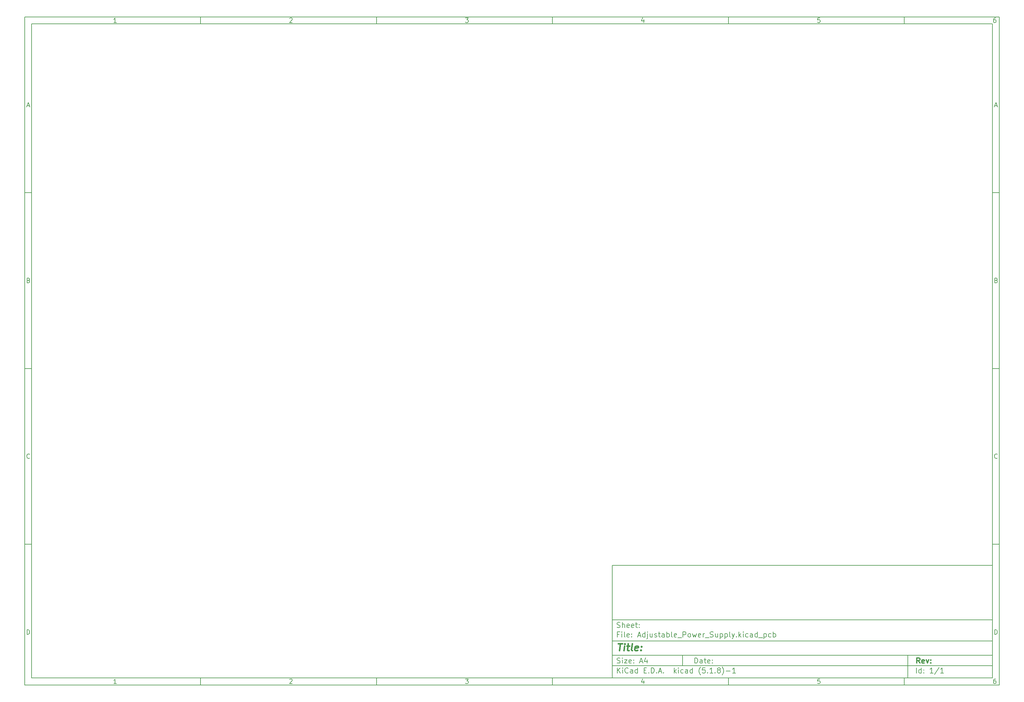
<source format=gtp>
%TF.GenerationSoftware,KiCad,Pcbnew,(5.1.8)-1*%
%TF.CreationDate,2021-07-18T20:21:08-07:00*%
%TF.ProjectId,Adjustable_Power_Supply,41646a75-7374-4616-926c-655f506f7765,rev?*%
%TF.SameCoordinates,Original*%
%TF.FileFunction,Paste,Top*%
%TF.FilePolarity,Positive*%
%FSLAX46Y46*%
G04 Gerber Fmt 4.6, Leading zero omitted, Abs format (unit mm)*
G04 Created by KiCad (PCBNEW (5.1.8)-1) date 2021-07-18 20:21:08*
%MOMM*%
%LPD*%
G01*
G04 APERTURE LIST*
%ADD10C,0.100000*%
%ADD11C,0.150000*%
%ADD12C,0.300000*%
%ADD13C,0.400000*%
G04 APERTURE END LIST*
D10*
D11*
X177002200Y-166007200D02*
X177002200Y-198007200D01*
X285002200Y-198007200D01*
X285002200Y-166007200D01*
X177002200Y-166007200D01*
D10*
D11*
X10000000Y-10000000D02*
X10000000Y-200007200D01*
X287002200Y-200007200D01*
X287002200Y-10000000D01*
X10000000Y-10000000D01*
D10*
D11*
X12000000Y-12000000D02*
X12000000Y-198007200D01*
X285002200Y-198007200D01*
X285002200Y-12000000D01*
X12000000Y-12000000D01*
D10*
D11*
X60000000Y-12000000D02*
X60000000Y-10000000D01*
D10*
D11*
X110000000Y-12000000D02*
X110000000Y-10000000D01*
D10*
D11*
X160000000Y-12000000D02*
X160000000Y-10000000D01*
D10*
D11*
X210000000Y-12000000D02*
X210000000Y-10000000D01*
D10*
D11*
X260000000Y-12000000D02*
X260000000Y-10000000D01*
D10*
D11*
X36065476Y-11588095D02*
X35322619Y-11588095D01*
X35694047Y-11588095D02*
X35694047Y-10288095D01*
X35570238Y-10473809D01*
X35446428Y-10597619D01*
X35322619Y-10659523D01*
D10*
D11*
X85322619Y-10411904D02*
X85384523Y-10350000D01*
X85508333Y-10288095D01*
X85817857Y-10288095D01*
X85941666Y-10350000D01*
X86003571Y-10411904D01*
X86065476Y-10535714D01*
X86065476Y-10659523D01*
X86003571Y-10845238D01*
X85260714Y-11588095D01*
X86065476Y-11588095D01*
D10*
D11*
X135260714Y-10288095D02*
X136065476Y-10288095D01*
X135632142Y-10783333D01*
X135817857Y-10783333D01*
X135941666Y-10845238D01*
X136003571Y-10907142D01*
X136065476Y-11030952D01*
X136065476Y-11340476D01*
X136003571Y-11464285D01*
X135941666Y-11526190D01*
X135817857Y-11588095D01*
X135446428Y-11588095D01*
X135322619Y-11526190D01*
X135260714Y-11464285D01*
D10*
D11*
X185941666Y-10721428D02*
X185941666Y-11588095D01*
X185632142Y-10226190D02*
X185322619Y-11154761D01*
X186127380Y-11154761D01*
D10*
D11*
X236003571Y-10288095D02*
X235384523Y-10288095D01*
X235322619Y-10907142D01*
X235384523Y-10845238D01*
X235508333Y-10783333D01*
X235817857Y-10783333D01*
X235941666Y-10845238D01*
X236003571Y-10907142D01*
X236065476Y-11030952D01*
X236065476Y-11340476D01*
X236003571Y-11464285D01*
X235941666Y-11526190D01*
X235817857Y-11588095D01*
X235508333Y-11588095D01*
X235384523Y-11526190D01*
X235322619Y-11464285D01*
D10*
D11*
X285941666Y-10288095D02*
X285694047Y-10288095D01*
X285570238Y-10350000D01*
X285508333Y-10411904D01*
X285384523Y-10597619D01*
X285322619Y-10845238D01*
X285322619Y-11340476D01*
X285384523Y-11464285D01*
X285446428Y-11526190D01*
X285570238Y-11588095D01*
X285817857Y-11588095D01*
X285941666Y-11526190D01*
X286003571Y-11464285D01*
X286065476Y-11340476D01*
X286065476Y-11030952D01*
X286003571Y-10907142D01*
X285941666Y-10845238D01*
X285817857Y-10783333D01*
X285570238Y-10783333D01*
X285446428Y-10845238D01*
X285384523Y-10907142D01*
X285322619Y-11030952D01*
D10*
D11*
X60000000Y-198007200D02*
X60000000Y-200007200D01*
D10*
D11*
X110000000Y-198007200D02*
X110000000Y-200007200D01*
D10*
D11*
X160000000Y-198007200D02*
X160000000Y-200007200D01*
D10*
D11*
X210000000Y-198007200D02*
X210000000Y-200007200D01*
D10*
D11*
X260000000Y-198007200D02*
X260000000Y-200007200D01*
D10*
D11*
X36065476Y-199595295D02*
X35322619Y-199595295D01*
X35694047Y-199595295D02*
X35694047Y-198295295D01*
X35570238Y-198481009D01*
X35446428Y-198604819D01*
X35322619Y-198666723D01*
D10*
D11*
X85322619Y-198419104D02*
X85384523Y-198357200D01*
X85508333Y-198295295D01*
X85817857Y-198295295D01*
X85941666Y-198357200D01*
X86003571Y-198419104D01*
X86065476Y-198542914D01*
X86065476Y-198666723D01*
X86003571Y-198852438D01*
X85260714Y-199595295D01*
X86065476Y-199595295D01*
D10*
D11*
X135260714Y-198295295D02*
X136065476Y-198295295D01*
X135632142Y-198790533D01*
X135817857Y-198790533D01*
X135941666Y-198852438D01*
X136003571Y-198914342D01*
X136065476Y-199038152D01*
X136065476Y-199347676D01*
X136003571Y-199471485D01*
X135941666Y-199533390D01*
X135817857Y-199595295D01*
X135446428Y-199595295D01*
X135322619Y-199533390D01*
X135260714Y-199471485D01*
D10*
D11*
X185941666Y-198728628D02*
X185941666Y-199595295D01*
X185632142Y-198233390D02*
X185322619Y-199161961D01*
X186127380Y-199161961D01*
D10*
D11*
X236003571Y-198295295D02*
X235384523Y-198295295D01*
X235322619Y-198914342D01*
X235384523Y-198852438D01*
X235508333Y-198790533D01*
X235817857Y-198790533D01*
X235941666Y-198852438D01*
X236003571Y-198914342D01*
X236065476Y-199038152D01*
X236065476Y-199347676D01*
X236003571Y-199471485D01*
X235941666Y-199533390D01*
X235817857Y-199595295D01*
X235508333Y-199595295D01*
X235384523Y-199533390D01*
X235322619Y-199471485D01*
D10*
D11*
X285941666Y-198295295D02*
X285694047Y-198295295D01*
X285570238Y-198357200D01*
X285508333Y-198419104D01*
X285384523Y-198604819D01*
X285322619Y-198852438D01*
X285322619Y-199347676D01*
X285384523Y-199471485D01*
X285446428Y-199533390D01*
X285570238Y-199595295D01*
X285817857Y-199595295D01*
X285941666Y-199533390D01*
X286003571Y-199471485D01*
X286065476Y-199347676D01*
X286065476Y-199038152D01*
X286003571Y-198914342D01*
X285941666Y-198852438D01*
X285817857Y-198790533D01*
X285570238Y-198790533D01*
X285446428Y-198852438D01*
X285384523Y-198914342D01*
X285322619Y-199038152D01*
D10*
D11*
X10000000Y-60000000D02*
X12000000Y-60000000D01*
D10*
D11*
X10000000Y-110000000D02*
X12000000Y-110000000D01*
D10*
D11*
X10000000Y-160000000D02*
X12000000Y-160000000D01*
D10*
D11*
X10690476Y-35216666D02*
X11309523Y-35216666D01*
X10566666Y-35588095D02*
X11000000Y-34288095D01*
X11433333Y-35588095D01*
D10*
D11*
X11092857Y-84907142D02*
X11278571Y-84969047D01*
X11340476Y-85030952D01*
X11402380Y-85154761D01*
X11402380Y-85340476D01*
X11340476Y-85464285D01*
X11278571Y-85526190D01*
X11154761Y-85588095D01*
X10659523Y-85588095D01*
X10659523Y-84288095D01*
X11092857Y-84288095D01*
X11216666Y-84350000D01*
X11278571Y-84411904D01*
X11340476Y-84535714D01*
X11340476Y-84659523D01*
X11278571Y-84783333D01*
X11216666Y-84845238D01*
X11092857Y-84907142D01*
X10659523Y-84907142D01*
D10*
D11*
X11402380Y-135464285D02*
X11340476Y-135526190D01*
X11154761Y-135588095D01*
X11030952Y-135588095D01*
X10845238Y-135526190D01*
X10721428Y-135402380D01*
X10659523Y-135278571D01*
X10597619Y-135030952D01*
X10597619Y-134845238D01*
X10659523Y-134597619D01*
X10721428Y-134473809D01*
X10845238Y-134350000D01*
X11030952Y-134288095D01*
X11154761Y-134288095D01*
X11340476Y-134350000D01*
X11402380Y-134411904D01*
D10*
D11*
X10659523Y-185588095D02*
X10659523Y-184288095D01*
X10969047Y-184288095D01*
X11154761Y-184350000D01*
X11278571Y-184473809D01*
X11340476Y-184597619D01*
X11402380Y-184845238D01*
X11402380Y-185030952D01*
X11340476Y-185278571D01*
X11278571Y-185402380D01*
X11154761Y-185526190D01*
X10969047Y-185588095D01*
X10659523Y-185588095D01*
D10*
D11*
X287002200Y-60000000D02*
X285002200Y-60000000D01*
D10*
D11*
X287002200Y-110000000D02*
X285002200Y-110000000D01*
D10*
D11*
X287002200Y-160000000D02*
X285002200Y-160000000D01*
D10*
D11*
X285692676Y-35216666D02*
X286311723Y-35216666D01*
X285568866Y-35588095D02*
X286002200Y-34288095D01*
X286435533Y-35588095D01*
D10*
D11*
X286095057Y-84907142D02*
X286280771Y-84969047D01*
X286342676Y-85030952D01*
X286404580Y-85154761D01*
X286404580Y-85340476D01*
X286342676Y-85464285D01*
X286280771Y-85526190D01*
X286156961Y-85588095D01*
X285661723Y-85588095D01*
X285661723Y-84288095D01*
X286095057Y-84288095D01*
X286218866Y-84350000D01*
X286280771Y-84411904D01*
X286342676Y-84535714D01*
X286342676Y-84659523D01*
X286280771Y-84783333D01*
X286218866Y-84845238D01*
X286095057Y-84907142D01*
X285661723Y-84907142D01*
D10*
D11*
X286404580Y-135464285D02*
X286342676Y-135526190D01*
X286156961Y-135588095D01*
X286033152Y-135588095D01*
X285847438Y-135526190D01*
X285723628Y-135402380D01*
X285661723Y-135278571D01*
X285599819Y-135030952D01*
X285599819Y-134845238D01*
X285661723Y-134597619D01*
X285723628Y-134473809D01*
X285847438Y-134350000D01*
X286033152Y-134288095D01*
X286156961Y-134288095D01*
X286342676Y-134350000D01*
X286404580Y-134411904D01*
D10*
D11*
X285661723Y-185588095D02*
X285661723Y-184288095D01*
X285971247Y-184288095D01*
X286156961Y-184350000D01*
X286280771Y-184473809D01*
X286342676Y-184597619D01*
X286404580Y-184845238D01*
X286404580Y-185030952D01*
X286342676Y-185278571D01*
X286280771Y-185402380D01*
X286156961Y-185526190D01*
X285971247Y-185588095D01*
X285661723Y-185588095D01*
D10*
D11*
X200434342Y-193785771D02*
X200434342Y-192285771D01*
X200791485Y-192285771D01*
X201005771Y-192357200D01*
X201148628Y-192500057D01*
X201220057Y-192642914D01*
X201291485Y-192928628D01*
X201291485Y-193142914D01*
X201220057Y-193428628D01*
X201148628Y-193571485D01*
X201005771Y-193714342D01*
X200791485Y-193785771D01*
X200434342Y-193785771D01*
X202577200Y-193785771D02*
X202577200Y-193000057D01*
X202505771Y-192857200D01*
X202362914Y-192785771D01*
X202077200Y-192785771D01*
X201934342Y-192857200D01*
X202577200Y-193714342D02*
X202434342Y-193785771D01*
X202077200Y-193785771D01*
X201934342Y-193714342D01*
X201862914Y-193571485D01*
X201862914Y-193428628D01*
X201934342Y-193285771D01*
X202077200Y-193214342D01*
X202434342Y-193214342D01*
X202577200Y-193142914D01*
X203077200Y-192785771D02*
X203648628Y-192785771D01*
X203291485Y-192285771D02*
X203291485Y-193571485D01*
X203362914Y-193714342D01*
X203505771Y-193785771D01*
X203648628Y-193785771D01*
X204720057Y-193714342D02*
X204577200Y-193785771D01*
X204291485Y-193785771D01*
X204148628Y-193714342D01*
X204077200Y-193571485D01*
X204077200Y-193000057D01*
X204148628Y-192857200D01*
X204291485Y-192785771D01*
X204577200Y-192785771D01*
X204720057Y-192857200D01*
X204791485Y-193000057D01*
X204791485Y-193142914D01*
X204077200Y-193285771D01*
X205434342Y-193642914D02*
X205505771Y-193714342D01*
X205434342Y-193785771D01*
X205362914Y-193714342D01*
X205434342Y-193642914D01*
X205434342Y-193785771D01*
X205434342Y-192857200D02*
X205505771Y-192928628D01*
X205434342Y-193000057D01*
X205362914Y-192928628D01*
X205434342Y-192857200D01*
X205434342Y-193000057D01*
D10*
D11*
X177002200Y-194507200D02*
X285002200Y-194507200D01*
D10*
D11*
X178434342Y-196585771D02*
X178434342Y-195085771D01*
X179291485Y-196585771D02*
X178648628Y-195728628D01*
X179291485Y-195085771D02*
X178434342Y-195942914D01*
X179934342Y-196585771D02*
X179934342Y-195585771D01*
X179934342Y-195085771D02*
X179862914Y-195157200D01*
X179934342Y-195228628D01*
X180005771Y-195157200D01*
X179934342Y-195085771D01*
X179934342Y-195228628D01*
X181505771Y-196442914D02*
X181434342Y-196514342D01*
X181220057Y-196585771D01*
X181077200Y-196585771D01*
X180862914Y-196514342D01*
X180720057Y-196371485D01*
X180648628Y-196228628D01*
X180577200Y-195942914D01*
X180577200Y-195728628D01*
X180648628Y-195442914D01*
X180720057Y-195300057D01*
X180862914Y-195157200D01*
X181077200Y-195085771D01*
X181220057Y-195085771D01*
X181434342Y-195157200D01*
X181505771Y-195228628D01*
X182791485Y-196585771D02*
X182791485Y-195800057D01*
X182720057Y-195657200D01*
X182577200Y-195585771D01*
X182291485Y-195585771D01*
X182148628Y-195657200D01*
X182791485Y-196514342D02*
X182648628Y-196585771D01*
X182291485Y-196585771D01*
X182148628Y-196514342D01*
X182077200Y-196371485D01*
X182077200Y-196228628D01*
X182148628Y-196085771D01*
X182291485Y-196014342D01*
X182648628Y-196014342D01*
X182791485Y-195942914D01*
X184148628Y-196585771D02*
X184148628Y-195085771D01*
X184148628Y-196514342D02*
X184005771Y-196585771D01*
X183720057Y-196585771D01*
X183577200Y-196514342D01*
X183505771Y-196442914D01*
X183434342Y-196300057D01*
X183434342Y-195871485D01*
X183505771Y-195728628D01*
X183577200Y-195657200D01*
X183720057Y-195585771D01*
X184005771Y-195585771D01*
X184148628Y-195657200D01*
X186005771Y-195800057D02*
X186505771Y-195800057D01*
X186720057Y-196585771D02*
X186005771Y-196585771D01*
X186005771Y-195085771D01*
X186720057Y-195085771D01*
X187362914Y-196442914D02*
X187434342Y-196514342D01*
X187362914Y-196585771D01*
X187291485Y-196514342D01*
X187362914Y-196442914D01*
X187362914Y-196585771D01*
X188077200Y-196585771D02*
X188077200Y-195085771D01*
X188434342Y-195085771D01*
X188648628Y-195157200D01*
X188791485Y-195300057D01*
X188862914Y-195442914D01*
X188934342Y-195728628D01*
X188934342Y-195942914D01*
X188862914Y-196228628D01*
X188791485Y-196371485D01*
X188648628Y-196514342D01*
X188434342Y-196585771D01*
X188077200Y-196585771D01*
X189577200Y-196442914D02*
X189648628Y-196514342D01*
X189577200Y-196585771D01*
X189505771Y-196514342D01*
X189577200Y-196442914D01*
X189577200Y-196585771D01*
X190220057Y-196157200D02*
X190934342Y-196157200D01*
X190077200Y-196585771D02*
X190577200Y-195085771D01*
X191077200Y-196585771D01*
X191577200Y-196442914D02*
X191648628Y-196514342D01*
X191577200Y-196585771D01*
X191505771Y-196514342D01*
X191577200Y-196442914D01*
X191577200Y-196585771D01*
X194577200Y-196585771D02*
X194577200Y-195085771D01*
X194720057Y-196014342D02*
X195148628Y-196585771D01*
X195148628Y-195585771D02*
X194577200Y-196157200D01*
X195791485Y-196585771D02*
X195791485Y-195585771D01*
X195791485Y-195085771D02*
X195720057Y-195157200D01*
X195791485Y-195228628D01*
X195862914Y-195157200D01*
X195791485Y-195085771D01*
X195791485Y-195228628D01*
X197148628Y-196514342D02*
X197005771Y-196585771D01*
X196720057Y-196585771D01*
X196577200Y-196514342D01*
X196505771Y-196442914D01*
X196434342Y-196300057D01*
X196434342Y-195871485D01*
X196505771Y-195728628D01*
X196577200Y-195657200D01*
X196720057Y-195585771D01*
X197005771Y-195585771D01*
X197148628Y-195657200D01*
X198434342Y-196585771D02*
X198434342Y-195800057D01*
X198362914Y-195657200D01*
X198220057Y-195585771D01*
X197934342Y-195585771D01*
X197791485Y-195657200D01*
X198434342Y-196514342D02*
X198291485Y-196585771D01*
X197934342Y-196585771D01*
X197791485Y-196514342D01*
X197720057Y-196371485D01*
X197720057Y-196228628D01*
X197791485Y-196085771D01*
X197934342Y-196014342D01*
X198291485Y-196014342D01*
X198434342Y-195942914D01*
X199791485Y-196585771D02*
X199791485Y-195085771D01*
X199791485Y-196514342D02*
X199648628Y-196585771D01*
X199362914Y-196585771D01*
X199220057Y-196514342D01*
X199148628Y-196442914D01*
X199077200Y-196300057D01*
X199077200Y-195871485D01*
X199148628Y-195728628D01*
X199220057Y-195657200D01*
X199362914Y-195585771D01*
X199648628Y-195585771D01*
X199791485Y-195657200D01*
X202077200Y-197157200D02*
X202005771Y-197085771D01*
X201862914Y-196871485D01*
X201791485Y-196728628D01*
X201720057Y-196514342D01*
X201648628Y-196157200D01*
X201648628Y-195871485D01*
X201720057Y-195514342D01*
X201791485Y-195300057D01*
X201862914Y-195157200D01*
X202005771Y-194942914D01*
X202077200Y-194871485D01*
X203362914Y-195085771D02*
X202648628Y-195085771D01*
X202577200Y-195800057D01*
X202648628Y-195728628D01*
X202791485Y-195657200D01*
X203148628Y-195657200D01*
X203291485Y-195728628D01*
X203362914Y-195800057D01*
X203434342Y-195942914D01*
X203434342Y-196300057D01*
X203362914Y-196442914D01*
X203291485Y-196514342D01*
X203148628Y-196585771D01*
X202791485Y-196585771D01*
X202648628Y-196514342D01*
X202577200Y-196442914D01*
X204077200Y-196442914D02*
X204148628Y-196514342D01*
X204077200Y-196585771D01*
X204005771Y-196514342D01*
X204077200Y-196442914D01*
X204077200Y-196585771D01*
X205577200Y-196585771D02*
X204720057Y-196585771D01*
X205148628Y-196585771D02*
X205148628Y-195085771D01*
X205005771Y-195300057D01*
X204862914Y-195442914D01*
X204720057Y-195514342D01*
X206220057Y-196442914D02*
X206291485Y-196514342D01*
X206220057Y-196585771D01*
X206148628Y-196514342D01*
X206220057Y-196442914D01*
X206220057Y-196585771D01*
X207148628Y-195728628D02*
X207005771Y-195657200D01*
X206934342Y-195585771D01*
X206862914Y-195442914D01*
X206862914Y-195371485D01*
X206934342Y-195228628D01*
X207005771Y-195157200D01*
X207148628Y-195085771D01*
X207434342Y-195085771D01*
X207577200Y-195157200D01*
X207648628Y-195228628D01*
X207720057Y-195371485D01*
X207720057Y-195442914D01*
X207648628Y-195585771D01*
X207577200Y-195657200D01*
X207434342Y-195728628D01*
X207148628Y-195728628D01*
X207005771Y-195800057D01*
X206934342Y-195871485D01*
X206862914Y-196014342D01*
X206862914Y-196300057D01*
X206934342Y-196442914D01*
X207005771Y-196514342D01*
X207148628Y-196585771D01*
X207434342Y-196585771D01*
X207577200Y-196514342D01*
X207648628Y-196442914D01*
X207720057Y-196300057D01*
X207720057Y-196014342D01*
X207648628Y-195871485D01*
X207577200Y-195800057D01*
X207434342Y-195728628D01*
X208220057Y-197157200D02*
X208291485Y-197085771D01*
X208434342Y-196871485D01*
X208505771Y-196728628D01*
X208577200Y-196514342D01*
X208648628Y-196157200D01*
X208648628Y-195871485D01*
X208577200Y-195514342D01*
X208505771Y-195300057D01*
X208434342Y-195157200D01*
X208291485Y-194942914D01*
X208220057Y-194871485D01*
X209362914Y-196014342D02*
X210505771Y-196014342D01*
X212005771Y-196585771D02*
X211148628Y-196585771D01*
X211577200Y-196585771D02*
X211577200Y-195085771D01*
X211434342Y-195300057D01*
X211291485Y-195442914D01*
X211148628Y-195514342D01*
D10*
D11*
X177002200Y-191507200D02*
X285002200Y-191507200D01*
D10*
D12*
X264411485Y-193785771D02*
X263911485Y-193071485D01*
X263554342Y-193785771D02*
X263554342Y-192285771D01*
X264125771Y-192285771D01*
X264268628Y-192357200D01*
X264340057Y-192428628D01*
X264411485Y-192571485D01*
X264411485Y-192785771D01*
X264340057Y-192928628D01*
X264268628Y-193000057D01*
X264125771Y-193071485D01*
X263554342Y-193071485D01*
X265625771Y-193714342D02*
X265482914Y-193785771D01*
X265197200Y-193785771D01*
X265054342Y-193714342D01*
X264982914Y-193571485D01*
X264982914Y-193000057D01*
X265054342Y-192857200D01*
X265197200Y-192785771D01*
X265482914Y-192785771D01*
X265625771Y-192857200D01*
X265697200Y-193000057D01*
X265697200Y-193142914D01*
X264982914Y-193285771D01*
X266197200Y-192785771D02*
X266554342Y-193785771D01*
X266911485Y-192785771D01*
X267482914Y-193642914D02*
X267554342Y-193714342D01*
X267482914Y-193785771D01*
X267411485Y-193714342D01*
X267482914Y-193642914D01*
X267482914Y-193785771D01*
X267482914Y-192857200D02*
X267554342Y-192928628D01*
X267482914Y-193000057D01*
X267411485Y-192928628D01*
X267482914Y-192857200D01*
X267482914Y-193000057D01*
D10*
D11*
X178362914Y-193714342D02*
X178577200Y-193785771D01*
X178934342Y-193785771D01*
X179077200Y-193714342D01*
X179148628Y-193642914D01*
X179220057Y-193500057D01*
X179220057Y-193357200D01*
X179148628Y-193214342D01*
X179077200Y-193142914D01*
X178934342Y-193071485D01*
X178648628Y-193000057D01*
X178505771Y-192928628D01*
X178434342Y-192857200D01*
X178362914Y-192714342D01*
X178362914Y-192571485D01*
X178434342Y-192428628D01*
X178505771Y-192357200D01*
X178648628Y-192285771D01*
X179005771Y-192285771D01*
X179220057Y-192357200D01*
X179862914Y-193785771D02*
X179862914Y-192785771D01*
X179862914Y-192285771D02*
X179791485Y-192357200D01*
X179862914Y-192428628D01*
X179934342Y-192357200D01*
X179862914Y-192285771D01*
X179862914Y-192428628D01*
X180434342Y-192785771D02*
X181220057Y-192785771D01*
X180434342Y-193785771D01*
X181220057Y-193785771D01*
X182362914Y-193714342D02*
X182220057Y-193785771D01*
X181934342Y-193785771D01*
X181791485Y-193714342D01*
X181720057Y-193571485D01*
X181720057Y-193000057D01*
X181791485Y-192857200D01*
X181934342Y-192785771D01*
X182220057Y-192785771D01*
X182362914Y-192857200D01*
X182434342Y-193000057D01*
X182434342Y-193142914D01*
X181720057Y-193285771D01*
X183077200Y-193642914D02*
X183148628Y-193714342D01*
X183077200Y-193785771D01*
X183005771Y-193714342D01*
X183077200Y-193642914D01*
X183077200Y-193785771D01*
X183077200Y-192857200D02*
X183148628Y-192928628D01*
X183077200Y-193000057D01*
X183005771Y-192928628D01*
X183077200Y-192857200D01*
X183077200Y-193000057D01*
X184862914Y-193357200D02*
X185577200Y-193357200D01*
X184720057Y-193785771D02*
X185220057Y-192285771D01*
X185720057Y-193785771D01*
X186862914Y-192785771D02*
X186862914Y-193785771D01*
X186505771Y-192214342D02*
X186148628Y-193285771D01*
X187077200Y-193285771D01*
D10*
D11*
X263434342Y-196585771D02*
X263434342Y-195085771D01*
X264791485Y-196585771D02*
X264791485Y-195085771D01*
X264791485Y-196514342D02*
X264648628Y-196585771D01*
X264362914Y-196585771D01*
X264220057Y-196514342D01*
X264148628Y-196442914D01*
X264077200Y-196300057D01*
X264077200Y-195871485D01*
X264148628Y-195728628D01*
X264220057Y-195657200D01*
X264362914Y-195585771D01*
X264648628Y-195585771D01*
X264791485Y-195657200D01*
X265505771Y-196442914D02*
X265577200Y-196514342D01*
X265505771Y-196585771D01*
X265434342Y-196514342D01*
X265505771Y-196442914D01*
X265505771Y-196585771D01*
X265505771Y-195657200D02*
X265577200Y-195728628D01*
X265505771Y-195800057D01*
X265434342Y-195728628D01*
X265505771Y-195657200D01*
X265505771Y-195800057D01*
X268148628Y-196585771D02*
X267291485Y-196585771D01*
X267720057Y-196585771D02*
X267720057Y-195085771D01*
X267577200Y-195300057D01*
X267434342Y-195442914D01*
X267291485Y-195514342D01*
X269862914Y-195014342D02*
X268577200Y-196942914D01*
X271148628Y-196585771D02*
X270291485Y-196585771D01*
X270720057Y-196585771D02*
X270720057Y-195085771D01*
X270577200Y-195300057D01*
X270434342Y-195442914D01*
X270291485Y-195514342D01*
D10*
D11*
X177002200Y-187507200D02*
X285002200Y-187507200D01*
D10*
D13*
X178714580Y-188211961D02*
X179857438Y-188211961D01*
X179036009Y-190211961D02*
X179286009Y-188211961D01*
X180274104Y-190211961D02*
X180440771Y-188878628D01*
X180524104Y-188211961D02*
X180416961Y-188307200D01*
X180500295Y-188402438D01*
X180607438Y-188307200D01*
X180524104Y-188211961D01*
X180500295Y-188402438D01*
X181107438Y-188878628D02*
X181869342Y-188878628D01*
X181476485Y-188211961D02*
X181262200Y-189926247D01*
X181333628Y-190116723D01*
X181512200Y-190211961D01*
X181702676Y-190211961D01*
X182655057Y-190211961D02*
X182476485Y-190116723D01*
X182405057Y-189926247D01*
X182619342Y-188211961D01*
X184190771Y-190116723D02*
X183988390Y-190211961D01*
X183607438Y-190211961D01*
X183428866Y-190116723D01*
X183357438Y-189926247D01*
X183452676Y-189164342D01*
X183571723Y-188973866D01*
X183774104Y-188878628D01*
X184155057Y-188878628D01*
X184333628Y-188973866D01*
X184405057Y-189164342D01*
X184381247Y-189354819D01*
X183405057Y-189545295D01*
X185155057Y-190021485D02*
X185238390Y-190116723D01*
X185131247Y-190211961D01*
X185047914Y-190116723D01*
X185155057Y-190021485D01*
X185131247Y-190211961D01*
X185286009Y-188973866D02*
X185369342Y-189069104D01*
X185262200Y-189164342D01*
X185178866Y-189069104D01*
X185286009Y-188973866D01*
X185262200Y-189164342D01*
D10*
D11*
X178934342Y-185600057D02*
X178434342Y-185600057D01*
X178434342Y-186385771D02*
X178434342Y-184885771D01*
X179148628Y-184885771D01*
X179720057Y-186385771D02*
X179720057Y-185385771D01*
X179720057Y-184885771D02*
X179648628Y-184957200D01*
X179720057Y-185028628D01*
X179791485Y-184957200D01*
X179720057Y-184885771D01*
X179720057Y-185028628D01*
X180648628Y-186385771D02*
X180505771Y-186314342D01*
X180434342Y-186171485D01*
X180434342Y-184885771D01*
X181791485Y-186314342D02*
X181648628Y-186385771D01*
X181362914Y-186385771D01*
X181220057Y-186314342D01*
X181148628Y-186171485D01*
X181148628Y-185600057D01*
X181220057Y-185457200D01*
X181362914Y-185385771D01*
X181648628Y-185385771D01*
X181791485Y-185457200D01*
X181862914Y-185600057D01*
X181862914Y-185742914D01*
X181148628Y-185885771D01*
X182505771Y-186242914D02*
X182577200Y-186314342D01*
X182505771Y-186385771D01*
X182434342Y-186314342D01*
X182505771Y-186242914D01*
X182505771Y-186385771D01*
X182505771Y-185457200D02*
X182577200Y-185528628D01*
X182505771Y-185600057D01*
X182434342Y-185528628D01*
X182505771Y-185457200D01*
X182505771Y-185600057D01*
X184291485Y-185957200D02*
X185005771Y-185957200D01*
X184148628Y-186385771D02*
X184648628Y-184885771D01*
X185148628Y-186385771D01*
X186291485Y-186385771D02*
X186291485Y-184885771D01*
X186291485Y-186314342D02*
X186148628Y-186385771D01*
X185862914Y-186385771D01*
X185720057Y-186314342D01*
X185648628Y-186242914D01*
X185577200Y-186100057D01*
X185577200Y-185671485D01*
X185648628Y-185528628D01*
X185720057Y-185457200D01*
X185862914Y-185385771D01*
X186148628Y-185385771D01*
X186291485Y-185457200D01*
X187005771Y-185385771D02*
X187005771Y-186671485D01*
X186934342Y-186814342D01*
X186791485Y-186885771D01*
X186720057Y-186885771D01*
X187005771Y-184885771D02*
X186934342Y-184957200D01*
X187005771Y-185028628D01*
X187077200Y-184957200D01*
X187005771Y-184885771D01*
X187005771Y-185028628D01*
X188362914Y-185385771D02*
X188362914Y-186385771D01*
X187720057Y-185385771D02*
X187720057Y-186171485D01*
X187791485Y-186314342D01*
X187934342Y-186385771D01*
X188148628Y-186385771D01*
X188291485Y-186314342D01*
X188362914Y-186242914D01*
X189005771Y-186314342D02*
X189148628Y-186385771D01*
X189434342Y-186385771D01*
X189577200Y-186314342D01*
X189648628Y-186171485D01*
X189648628Y-186100057D01*
X189577200Y-185957200D01*
X189434342Y-185885771D01*
X189220057Y-185885771D01*
X189077200Y-185814342D01*
X189005771Y-185671485D01*
X189005771Y-185600057D01*
X189077200Y-185457200D01*
X189220057Y-185385771D01*
X189434342Y-185385771D01*
X189577200Y-185457200D01*
X190077200Y-185385771D02*
X190648628Y-185385771D01*
X190291485Y-184885771D02*
X190291485Y-186171485D01*
X190362914Y-186314342D01*
X190505771Y-186385771D01*
X190648628Y-186385771D01*
X191791485Y-186385771D02*
X191791485Y-185600057D01*
X191720057Y-185457200D01*
X191577200Y-185385771D01*
X191291485Y-185385771D01*
X191148628Y-185457200D01*
X191791485Y-186314342D02*
X191648628Y-186385771D01*
X191291485Y-186385771D01*
X191148628Y-186314342D01*
X191077200Y-186171485D01*
X191077200Y-186028628D01*
X191148628Y-185885771D01*
X191291485Y-185814342D01*
X191648628Y-185814342D01*
X191791485Y-185742914D01*
X192505771Y-186385771D02*
X192505771Y-184885771D01*
X192505771Y-185457200D02*
X192648628Y-185385771D01*
X192934342Y-185385771D01*
X193077200Y-185457200D01*
X193148628Y-185528628D01*
X193220057Y-185671485D01*
X193220057Y-186100057D01*
X193148628Y-186242914D01*
X193077200Y-186314342D01*
X192934342Y-186385771D01*
X192648628Y-186385771D01*
X192505771Y-186314342D01*
X194077200Y-186385771D02*
X193934342Y-186314342D01*
X193862914Y-186171485D01*
X193862914Y-184885771D01*
X195220057Y-186314342D02*
X195077200Y-186385771D01*
X194791485Y-186385771D01*
X194648628Y-186314342D01*
X194577200Y-186171485D01*
X194577200Y-185600057D01*
X194648628Y-185457200D01*
X194791485Y-185385771D01*
X195077200Y-185385771D01*
X195220057Y-185457200D01*
X195291485Y-185600057D01*
X195291485Y-185742914D01*
X194577200Y-185885771D01*
X195577200Y-186528628D02*
X196720057Y-186528628D01*
X197077200Y-186385771D02*
X197077200Y-184885771D01*
X197648628Y-184885771D01*
X197791485Y-184957200D01*
X197862914Y-185028628D01*
X197934342Y-185171485D01*
X197934342Y-185385771D01*
X197862914Y-185528628D01*
X197791485Y-185600057D01*
X197648628Y-185671485D01*
X197077200Y-185671485D01*
X198791485Y-186385771D02*
X198648628Y-186314342D01*
X198577200Y-186242914D01*
X198505771Y-186100057D01*
X198505771Y-185671485D01*
X198577200Y-185528628D01*
X198648628Y-185457200D01*
X198791485Y-185385771D01*
X199005771Y-185385771D01*
X199148628Y-185457200D01*
X199220057Y-185528628D01*
X199291485Y-185671485D01*
X199291485Y-186100057D01*
X199220057Y-186242914D01*
X199148628Y-186314342D01*
X199005771Y-186385771D01*
X198791485Y-186385771D01*
X199791485Y-185385771D02*
X200077200Y-186385771D01*
X200362914Y-185671485D01*
X200648628Y-186385771D01*
X200934342Y-185385771D01*
X202077200Y-186314342D02*
X201934342Y-186385771D01*
X201648628Y-186385771D01*
X201505771Y-186314342D01*
X201434342Y-186171485D01*
X201434342Y-185600057D01*
X201505771Y-185457200D01*
X201648628Y-185385771D01*
X201934342Y-185385771D01*
X202077200Y-185457200D01*
X202148628Y-185600057D01*
X202148628Y-185742914D01*
X201434342Y-185885771D01*
X202791485Y-186385771D02*
X202791485Y-185385771D01*
X202791485Y-185671485D02*
X202862914Y-185528628D01*
X202934342Y-185457200D01*
X203077200Y-185385771D01*
X203220057Y-185385771D01*
X203362914Y-186528628D02*
X204505771Y-186528628D01*
X204791485Y-186314342D02*
X205005771Y-186385771D01*
X205362914Y-186385771D01*
X205505771Y-186314342D01*
X205577200Y-186242914D01*
X205648628Y-186100057D01*
X205648628Y-185957200D01*
X205577200Y-185814342D01*
X205505771Y-185742914D01*
X205362914Y-185671485D01*
X205077200Y-185600057D01*
X204934342Y-185528628D01*
X204862914Y-185457200D01*
X204791485Y-185314342D01*
X204791485Y-185171485D01*
X204862914Y-185028628D01*
X204934342Y-184957200D01*
X205077200Y-184885771D01*
X205434342Y-184885771D01*
X205648628Y-184957200D01*
X206934342Y-185385771D02*
X206934342Y-186385771D01*
X206291485Y-185385771D02*
X206291485Y-186171485D01*
X206362914Y-186314342D01*
X206505771Y-186385771D01*
X206720057Y-186385771D01*
X206862914Y-186314342D01*
X206934342Y-186242914D01*
X207648628Y-185385771D02*
X207648628Y-186885771D01*
X207648628Y-185457200D02*
X207791485Y-185385771D01*
X208077200Y-185385771D01*
X208220057Y-185457200D01*
X208291485Y-185528628D01*
X208362914Y-185671485D01*
X208362914Y-186100057D01*
X208291485Y-186242914D01*
X208220057Y-186314342D01*
X208077200Y-186385771D01*
X207791485Y-186385771D01*
X207648628Y-186314342D01*
X209005771Y-185385771D02*
X209005771Y-186885771D01*
X209005771Y-185457200D02*
X209148628Y-185385771D01*
X209434342Y-185385771D01*
X209577200Y-185457200D01*
X209648628Y-185528628D01*
X209720057Y-185671485D01*
X209720057Y-186100057D01*
X209648628Y-186242914D01*
X209577200Y-186314342D01*
X209434342Y-186385771D01*
X209148628Y-186385771D01*
X209005771Y-186314342D01*
X210577200Y-186385771D02*
X210434342Y-186314342D01*
X210362914Y-186171485D01*
X210362914Y-184885771D01*
X211005771Y-185385771D02*
X211362914Y-186385771D01*
X211720057Y-185385771D02*
X211362914Y-186385771D01*
X211220057Y-186742914D01*
X211148628Y-186814342D01*
X211005771Y-186885771D01*
X212291485Y-186242914D02*
X212362914Y-186314342D01*
X212291485Y-186385771D01*
X212220057Y-186314342D01*
X212291485Y-186242914D01*
X212291485Y-186385771D01*
X213005771Y-186385771D02*
X213005771Y-184885771D01*
X213148628Y-185814342D02*
X213577200Y-186385771D01*
X213577200Y-185385771D02*
X213005771Y-185957200D01*
X214220057Y-186385771D02*
X214220057Y-185385771D01*
X214220057Y-184885771D02*
X214148628Y-184957200D01*
X214220057Y-185028628D01*
X214291485Y-184957200D01*
X214220057Y-184885771D01*
X214220057Y-185028628D01*
X215577200Y-186314342D02*
X215434342Y-186385771D01*
X215148628Y-186385771D01*
X215005771Y-186314342D01*
X214934342Y-186242914D01*
X214862914Y-186100057D01*
X214862914Y-185671485D01*
X214934342Y-185528628D01*
X215005771Y-185457200D01*
X215148628Y-185385771D01*
X215434342Y-185385771D01*
X215577200Y-185457200D01*
X216862914Y-186385771D02*
X216862914Y-185600057D01*
X216791485Y-185457200D01*
X216648628Y-185385771D01*
X216362914Y-185385771D01*
X216220057Y-185457200D01*
X216862914Y-186314342D02*
X216720057Y-186385771D01*
X216362914Y-186385771D01*
X216220057Y-186314342D01*
X216148628Y-186171485D01*
X216148628Y-186028628D01*
X216220057Y-185885771D01*
X216362914Y-185814342D01*
X216720057Y-185814342D01*
X216862914Y-185742914D01*
X218220057Y-186385771D02*
X218220057Y-184885771D01*
X218220057Y-186314342D02*
X218077200Y-186385771D01*
X217791485Y-186385771D01*
X217648628Y-186314342D01*
X217577200Y-186242914D01*
X217505771Y-186100057D01*
X217505771Y-185671485D01*
X217577200Y-185528628D01*
X217648628Y-185457200D01*
X217791485Y-185385771D01*
X218077200Y-185385771D01*
X218220057Y-185457200D01*
X218577200Y-186528628D02*
X219720057Y-186528628D01*
X220077200Y-185385771D02*
X220077200Y-186885771D01*
X220077200Y-185457200D02*
X220220057Y-185385771D01*
X220505771Y-185385771D01*
X220648628Y-185457200D01*
X220720057Y-185528628D01*
X220791485Y-185671485D01*
X220791485Y-186100057D01*
X220720057Y-186242914D01*
X220648628Y-186314342D01*
X220505771Y-186385771D01*
X220220057Y-186385771D01*
X220077200Y-186314342D01*
X222077200Y-186314342D02*
X221934342Y-186385771D01*
X221648628Y-186385771D01*
X221505771Y-186314342D01*
X221434342Y-186242914D01*
X221362914Y-186100057D01*
X221362914Y-185671485D01*
X221434342Y-185528628D01*
X221505771Y-185457200D01*
X221648628Y-185385771D01*
X221934342Y-185385771D01*
X222077200Y-185457200D01*
X222720057Y-186385771D02*
X222720057Y-184885771D01*
X222720057Y-185457200D02*
X222862914Y-185385771D01*
X223148628Y-185385771D01*
X223291485Y-185457200D01*
X223362914Y-185528628D01*
X223434342Y-185671485D01*
X223434342Y-186100057D01*
X223362914Y-186242914D01*
X223291485Y-186314342D01*
X223148628Y-186385771D01*
X222862914Y-186385771D01*
X222720057Y-186314342D01*
D10*
D11*
X177002200Y-181507200D02*
X285002200Y-181507200D01*
D10*
D11*
X178362914Y-183614342D02*
X178577200Y-183685771D01*
X178934342Y-183685771D01*
X179077200Y-183614342D01*
X179148628Y-183542914D01*
X179220057Y-183400057D01*
X179220057Y-183257200D01*
X179148628Y-183114342D01*
X179077200Y-183042914D01*
X178934342Y-182971485D01*
X178648628Y-182900057D01*
X178505771Y-182828628D01*
X178434342Y-182757200D01*
X178362914Y-182614342D01*
X178362914Y-182471485D01*
X178434342Y-182328628D01*
X178505771Y-182257200D01*
X178648628Y-182185771D01*
X179005771Y-182185771D01*
X179220057Y-182257200D01*
X179862914Y-183685771D02*
X179862914Y-182185771D01*
X180505771Y-183685771D02*
X180505771Y-182900057D01*
X180434342Y-182757200D01*
X180291485Y-182685771D01*
X180077200Y-182685771D01*
X179934342Y-182757200D01*
X179862914Y-182828628D01*
X181791485Y-183614342D02*
X181648628Y-183685771D01*
X181362914Y-183685771D01*
X181220057Y-183614342D01*
X181148628Y-183471485D01*
X181148628Y-182900057D01*
X181220057Y-182757200D01*
X181362914Y-182685771D01*
X181648628Y-182685771D01*
X181791485Y-182757200D01*
X181862914Y-182900057D01*
X181862914Y-183042914D01*
X181148628Y-183185771D01*
X183077200Y-183614342D02*
X182934342Y-183685771D01*
X182648628Y-183685771D01*
X182505771Y-183614342D01*
X182434342Y-183471485D01*
X182434342Y-182900057D01*
X182505771Y-182757200D01*
X182648628Y-182685771D01*
X182934342Y-182685771D01*
X183077200Y-182757200D01*
X183148628Y-182900057D01*
X183148628Y-183042914D01*
X182434342Y-183185771D01*
X183577200Y-182685771D02*
X184148628Y-182685771D01*
X183791485Y-182185771D02*
X183791485Y-183471485D01*
X183862914Y-183614342D01*
X184005771Y-183685771D01*
X184148628Y-183685771D01*
X184648628Y-183542914D02*
X184720057Y-183614342D01*
X184648628Y-183685771D01*
X184577200Y-183614342D01*
X184648628Y-183542914D01*
X184648628Y-183685771D01*
X184648628Y-182757200D02*
X184720057Y-182828628D01*
X184648628Y-182900057D01*
X184577200Y-182828628D01*
X184648628Y-182757200D01*
X184648628Y-182900057D01*
D10*
D11*
X197002200Y-191507200D02*
X197002200Y-194507200D01*
D10*
D11*
X261002200Y-191507200D02*
X261002200Y-198007200D01*
M02*

</source>
